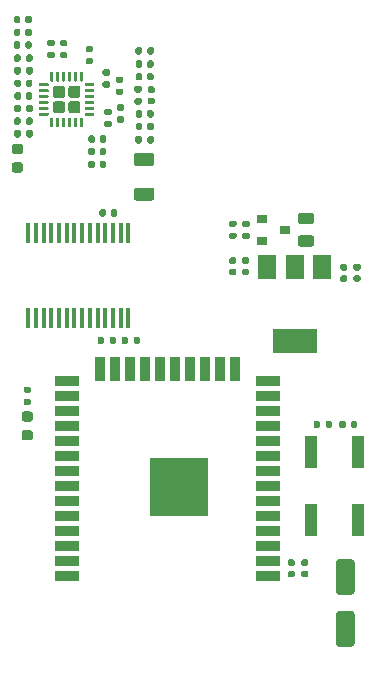
<source format=gbr>
%TF.GenerationSoftware,KiCad,Pcbnew,(5.1.10-1-10_14)*%
%TF.CreationDate,2022-02-26T18:00:52+01:00*%
%TF.ProjectId,esp-expander,6573702d-6578-4706-916e-6465722e6b69,rev?*%
%TF.SameCoordinates,Original*%
%TF.FileFunction,Paste,Top*%
%TF.FilePolarity,Positive*%
%FSLAX46Y46*%
G04 Gerber Fmt 4.6, Leading zero omitted, Abs format (unit mm)*
G04 Created by KiCad (PCBNEW (5.1.10-1-10_14)) date 2022-02-26 18:00:52*
%MOMM*%
%LPD*%
G01*
G04 APERTURE LIST*
%ADD10R,0.900000X0.800000*%
%ADD11R,5.000000X5.000000*%
%ADD12R,2.000000X0.900000*%
%ADD13R,0.900000X2.000000*%
%ADD14R,3.800000X2.000000*%
%ADD15R,1.500000X2.000000*%
%ADD16R,0.450000X1.750000*%
%ADD17R,1.000000X2.750000*%
G04 APERTURE END LIST*
%TO.C,C1*%
G36*
G01*
X110055000Y-100373000D02*
X110055000Y-100033000D01*
G75*
G02*
X110195000Y-99893000I140000J0D01*
G01*
X110475000Y-99893000D01*
G75*
G02*
X110615000Y-100033000I0J-140000D01*
G01*
X110615000Y-100373000D01*
G75*
G02*
X110475000Y-100513000I-140000J0D01*
G01*
X110195000Y-100513000D01*
G75*
G02*
X110055000Y-100373000I0J140000D01*
G01*
G37*
G36*
G01*
X109095000Y-100373000D02*
X109095000Y-100033000D01*
G75*
G02*
X109235000Y-99893000I140000J0D01*
G01*
X109515000Y-99893000D01*
G75*
G02*
X109655000Y-100033000I0J-140000D01*
G01*
X109655000Y-100373000D01*
G75*
G02*
X109515000Y-100513000I-140000J0D01*
G01*
X109235000Y-100513000D01*
G75*
G02*
X109095000Y-100373000I0J140000D01*
G01*
G37*
%TD*%
%TO.C,C2*%
G36*
G01*
X106002000Y-112595000D02*
X106342000Y-112595000D01*
G75*
G02*
X106482000Y-112735000I0J-140000D01*
G01*
X106482000Y-113015000D01*
G75*
G02*
X106342000Y-113155000I-140000J0D01*
G01*
X106002000Y-113155000D01*
G75*
G02*
X105862000Y-113015000I0J140000D01*
G01*
X105862000Y-112735000D01*
G75*
G02*
X106002000Y-112595000I140000J0D01*
G01*
G37*
G36*
G01*
X106002000Y-111635000D02*
X106342000Y-111635000D01*
G75*
G02*
X106482000Y-111775000I0J-140000D01*
G01*
X106482000Y-112055000D01*
G75*
G02*
X106342000Y-112195000I-140000J0D01*
G01*
X106002000Y-112195000D01*
G75*
G02*
X105862000Y-112055000I0J140000D01*
G01*
X105862000Y-111775000D01*
G75*
G02*
X106002000Y-111635000I140000J0D01*
G01*
G37*
%TD*%
%TO.C,C3*%
G36*
G01*
X104859000Y-111635000D02*
X105199000Y-111635000D01*
G75*
G02*
X105339000Y-111775000I0J-140000D01*
G01*
X105339000Y-112055000D01*
G75*
G02*
X105199000Y-112195000I-140000J0D01*
G01*
X104859000Y-112195000D01*
G75*
G02*
X104719000Y-112055000I0J140000D01*
G01*
X104719000Y-111775000D01*
G75*
G02*
X104859000Y-111635000I140000J0D01*
G01*
G37*
G36*
G01*
X104859000Y-112595000D02*
X105199000Y-112595000D01*
G75*
G02*
X105339000Y-112735000I0J-140000D01*
G01*
X105339000Y-113015000D01*
G75*
G02*
X105199000Y-113155000I-140000J0D01*
G01*
X104859000Y-113155000D01*
G75*
G02*
X104719000Y-113015000I0J140000D01*
G01*
X104719000Y-112735000D01*
G75*
G02*
X104859000Y-112595000I140000J0D01*
G01*
G37*
%TD*%
%TO.C,C5*%
G36*
G01*
X99906000Y-87017200D02*
X100246000Y-87017200D01*
G75*
G02*
X100386000Y-87157200I0J-140000D01*
G01*
X100386000Y-87437200D01*
G75*
G02*
X100246000Y-87577200I-140000J0D01*
G01*
X99906000Y-87577200D01*
G75*
G02*
X99766000Y-87437200I0J140000D01*
G01*
X99766000Y-87157200D01*
G75*
G02*
X99906000Y-87017200I140000J0D01*
G01*
G37*
G36*
G01*
X99906000Y-86057200D02*
X100246000Y-86057200D01*
G75*
G02*
X100386000Y-86197200I0J-140000D01*
G01*
X100386000Y-86477200D01*
G75*
G02*
X100246000Y-86617200I-140000J0D01*
G01*
X99906000Y-86617200D01*
G75*
G02*
X99766000Y-86477200I0J140000D01*
G01*
X99766000Y-86197200D01*
G75*
G02*
X99906000Y-86057200I140000J0D01*
G01*
G37*
%TD*%
%TO.C,C6*%
G36*
G01*
X100972800Y-86057200D02*
X101312800Y-86057200D01*
G75*
G02*
X101452800Y-86197200I0J-140000D01*
G01*
X101452800Y-86477200D01*
G75*
G02*
X101312800Y-86617200I-140000J0D01*
G01*
X100972800Y-86617200D01*
G75*
G02*
X100832800Y-86477200I0J140000D01*
G01*
X100832800Y-86197200D01*
G75*
G02*
X100972800Y-86057200I140000J0D01*
G01*
G37*
G36*
G01*
X100972800Y-87017200D02*
X101312800Y-87017200D01*
G75*
G02*
X101452800Y-87157200I0J-140000D01*
G01*
X101452800Y-87437200D01*
G75*
G02*
X101312800Y-87577200I-140000J0D01*
G01*
X100972800Y-87577200D01*
G75*
G02*
X100832800Y-87437200I0J140000D01*
G01*
X100832800Y-87157200D01*
G75*
G02*
X100972800Y-87017200I140000J0D01*
G01*
G37*
%TD*%
%TO.C,C7*%
G36*
G01*
X109644000Y-88136000D02*
X109304000Y-88136000D01*
G75*
G02*
X109164000Y-87996000I0J140000D01*
G01*
X109164000Y-87716000D01*
G75*
G02*
X109304000Y-87576000I140000J0D01*
G01*
X109644000Y-87576000D01*
G75*
G02*
X109784000Y-87716000I0J-140000D01*
G01*
X109784000Y-87996000D01*
G75*
G02*
X109644000Y-88136000I-140000J0D01*
G01*
G37*
G36*
G01*
X109644000Y-87176000D02*
X109304000Y-87176000D01*
G75*
G02*
X109164000Y-87036000I0J140000D01*
G01*
X109164000Y-86756000D01*
G75*
G02*
X109304000Y-86616000I140000J0D01*
G01*
X109644000Y-86616000D01*
G75*
G02*
X109784000Y-86756000I0J-140000D01*
G01*
X109784000Y-87036000D01*
G75*
G02*
X109644000Y-87176000I-140000J0D01*
G01*
G37*
%TD*%
%TO.C,C8*%
G36*
G01*
X110761600Y-87176000D02*
X110421600Y-87176000D01*
G75*
G02*
X110281600Y-87036000I0J140000D01*
G01*
X110281600Y-86756000D01*
G75*
G02*
X110421600Y-86616000I140000J0D01*
G01*
X110761600Y-86616000D01*
G75*
G02*
X110901600Y-86756000I0J-140000D01*
G01*
X110901600Y-87036000D01*
G75*
G02*
X110761600Y-87176000I-140000J0D01*
G01*
G37*
G36*
G01*
X110761600Y-88136000D02*
X110421600Y-88136000D01*
G75*
G02*
X110281600Y-87996000I0J140000D01*
G01*
X110281600Y-87716000D01*
G75*
G02*
X110421600Y-87576000I140000J0D01*
G01*
X110761600Y-87576000D01*
G75*
G02*
X110901600Y-87716000I0J-140000D01*
G01*
X110901600Y-87996000D01*
G75*
G02*
X110761600Y-88136000I-140000J0D01*
G01*
G37*
%TD*%
%TO.C,C9*%
G36*
G01*
X88775000Y-82466000D02*
X88775000Y-82126000D01*
G75*
G02*
X88915000Y-81986000I140000J0D01*
G01*
X89195000Y-81986000D01*
G75*
G02*
X89335000Y-82126000I0J-140000D01*
G01*
X89335000Y-82466000D01*
G75*
G02*
X89195000Y-82606000I-140000J0D01*
G01*
X88915000Y-82606000D01*
G75*
G02*
X88775000Y-82466000I0J140000D01*
G01*
G37*
G36*
G01*
X89735000Y-82466000D02*
X89735000Y-82126000D01*
G75*
G02*
X89875000Y-81986000I140000J0D01*
G01*
X90155000Y-81986000D01*
G75*
G02*
X90295000Y-82126000I0J-140000D01*
G01*
X90295000Y-82466000D01*
G75*
G02*
X90155000Y-82606000I-140000J0D01*
G01*
X89875000Y-82606000D01*
G75*
G02*
X89735000Y-82466000I0J140000D01*
G01*
G37*
%TD*%
%TO.C,C10*%
G36*
G01*
X82546800Y-71493200D02*
X82546800Y-71153200D01*
G75*
G02*
X82686800Y-71013200I140000J0D01*
G01*
X82966800Y-71013200D01*
G75*
G02*
X83106800Y-71153200I0J-140000D01*
G01*
X83106800Y-71493200D01*
G75*
G02*
X82966800Y-71633200I-140000J0D01*
G01*
X82686800Y-71633200D01*
G75*
G02*
X82546800Y-71493200I0J140000D01*
G01*
G37*
G36*
G01*
X81586800Y-71493200D02*
X81586800Y-71153200D01*
G75*
G02*
X81726800Y-71013200I140000J0D01*
G01*
X82006800Y-71013200D01*
G75*
G02*
X82146800Y-71153200I0J-140000D01*
G01*
X82146800Y-71493200D01*
G75*
G02*
X82006800Y-71633200I-140000J0D01*
G01*
X81726800Y-71633200D01*
G75*
G02*
X81586800Y-71493200I0J140000D01*
G01*
G37*
%TD*%
%TO.C,C11*%
G36*
G01*
X81586800Y-72560000D02*
X81586800Y-72220000D01*
G75*
G02*
X81726800Y-72080000I140000J0D01*
G01*
X82006800Y-72080000D01*
G75*
G02*
X82146800Y-72220000I0J-140000D01*
G01*
X82146800Y-72560000D01*
G75*
G02*
X82006800Y-72700000I-140000J0D01*
G01*
X81726800Y-72700000D01*
G75*
G02*
X81586800Y-72560000I0J140000D01*
G01*
G37*
G36*
G01*
X82546800Y-72560000D02*
X82546800Y-72220000D01*
G75*
G02*
X82686800Y-72080000I140000J0D01*
G01*
X82966800Y-72080000D01*
G75*
G02*
X83106800Y-72220000I0J-140000D01*
G01*
X83106800Y-72560000D01*
G75*
G02*
X82966800Y-72700000I-140000J0D01*
G01*
X82686800Y-72700000D01*
G75*
G02*
X82546800Y-72560000I0J140000D01*
G01*
G37*
%TD*%
%TO.C,C12*%
G36*
G01*
X82096000Y-67902000D02*
X82096000Y-68242000D01*
G75*
G02*
X81956000Y-68382000I-140000J0D01*
G01*
X81676000Y-68382000D01*
G75*
G02*
X81536000Y-68242000I0J140000D01*
G01*
X81536000Y-67902000D01*
G75*
G02*
X81676000Y-67762000I140000J0D01*
G01*
X81956000Y-67762000D01*
G75*
G02*
X82096000Y-67902000I0J-140000D01*
G01*
G37*
G36*
G01*
X83056000Y-67902000D02*
X83056000Y-68242000D01*
G75*
G02*
X82916000Y-68382000I-140000J0D01*
G01*
X82636000Y-68382000D01*
G75*
G02*
X82496000Y-68242000I0J140000D01*
G01*
X82496000Y-67902000D01*
G75*
G02*
X82636000Y-67762000I140000J0D01*
G01*
X82916000Y-67762000D01*
G75*
G02*
X83056000Y-67902000I0J-140000D01*
G01*
G37*
%TD*%
%TO.C,C13*%
G36*
G01*
X83056000Y-66835200D02*
X83056000Y-67175200D01*
G75*
G02*
X82916000Y-67315200I-140000J0D01*
G01*
X82636000Y-67315200D01*
G75*
G02*
X82496000Y-67175200I0J140000D01*
G01*
X82496000Y-66835200D01*
G75*
G02*
X82636000Y-66695200I140000J0D01*
G01*
X82916000Y-66695200D01*
G75*
G02*
X83056000Y-66835200I0J-140000D01*
G01*
G37*
G36*
G01*
X82096000Y-66835200D02*
X82096000Y-67175200D01*
G75*
G02*
X81956000Y-67315200I-140000J0D01*
G01*
X81676000Y-67315200D01*
G75*
G02*
X81536000Y-67175200I0J140000D01*
G01*
X81536000Y-66835200D01*
G75*
G02*
X81676000Y-66695200I140000J0D01*
G01*
X81956000Y-66695200D01*
G75*
G02*
X82096000Y-66835200I0J-140000D01*
G01*
G37*
%TD*%
%TO.C,C14*%
G36*
G01*
X82096000Y-65768400D02*
X82096000Y-66108400D01*
G75*
G02*
X81956000Y-66248400I-140000J0D01*
G01*
X81676000Y-66248400D01*
G75*
G02*
X81536000Y-66108400I0J140000D01*
G01*
X81536000Y-65768400D01*
G75*
G02*
X81676000Y-65628400I140000J0D01*
G01*
X81956000Y-65628400D01*
G75*
G02*
X82096000Y-65768400I0J-140000D01*
G01*
G37*
G36*
G01*
X83056000Y-65768400D02*
X83056000Y-66108400D01*
G75*
G02*
X82916000Y-66248400I-140000J0D01*
G01*
X82636000Y-66248400D01*
G75*
G02*
X82496000Y-66108400I0J140000D01*
G01*
X82496000Y-65768400D01*
G75*
G02*
X82636000Y-65628400I140000J0D01*
G01*
X82916000Y-65628400D01*
G75*
G02*
X83056000Y-65768400I0J-140000D01*
G01*
G37*
%TD*%
%TO.C,C15*%
G36*
G01*
X87835200Y-76217600D02*
X87835200Y-75877600D01*
G75*
G02*
X87975200Y-75737600I140000J0D01*
G01*
X88255200Y-75737600D01*
G75*
G02*
X88395200Y-75877600I0J-140000D01*
G01*
X88395200Y-76217600D01*
G75*
G02*
X88255200Y-76357600I-140000J0D01*
G01*
X87975200Y-76357600D01*
G75*
G02*
X87835200Y-76217600I0J140000D01*
G01*
G37*
G36*
G01*
X88795200Y-76217600D02*
X88795200Y-75877600D01*
G75*
G02*
X88935200Y-75737600I140000J0D01*
G01*
X89215200Y-75737600D01*
G75*
G02*
X89355200Y-75877600I0J-140000D01*
G01*
X89355200Y-76217600D01*
G75*
G02*
X89215200Y-76357600I-140000J0D01*
G01*
X88935200Y-76357600D01*
G75*
G02*
X88795200Y-76217600I0J140000D01*
G01*
G37*
%TD*%
%TO.C,C16*%
G36*
G01*
X88795200Y-77284400D02*
X88795200Y-76944400D01*
G75*
G02*
X88935200Y-76804400I140000J0D01*
G01*
X89215200Y-76804400D01*
G75*
G02*
X89355200Y-76944400I0J-140000D01*
G01*
X89355200Y-77284400D01*
G75*
G02*
X89215200Y-77424400I-140000J0D01*
G01*
X88935200Y-77424400D01*
G75*
G02*
X88795200Y-77284400I0J140000D01*
G01*
G37*
G36*
G01*
X87835200Y-77284400D02*
X87835200Y-76944400D01*
G75*
G02*
X87975200Y-76804400I140000J0D01*
G01*
X88255200Y-76804400D01*
G75*
G02*
X88395200Y-76944400I0J-140000D01*
G01*
X88395200Y-77284400D01*
G75*
G02*
X88255200Y-77424400I-140000J0D01*
G01*
X87975200Y-77424400D01*
G75*
G02*
X87835200Y-77284400I0J140000D01*
G01*
G37*
%TD*%
%TO.C,C17*%
G36*
G01*
X87835200Y-78351200D02*
X87835200Y-78011200D01*
G75*
G02*
X87975200Y-77871200I140000J0D01*
G01*
X88255200Y-77871200D01*
G75*
G02*
X88395200Y-78011200I0J-140000D01*
G01*
X88395200Y-78351200D01*
G75*
G02*
X88255200Y-78491200I-140000J0D01*
G01*
X87975200Y-78491200D01*
G75*
G02*
X87835200Y-78351200I0J140000D01*
G01*
G37*
G36*
G01*
X88795200Y-78351200D02*
X88795200Y-78011200D01*
G75*
G02*
X88935200Y-77871200I140000J0D01*
G01*
X89215200Y-77871200D01*
G75*
G02*
X89355200Y-78011200I0J-140000D01*
G01*
X89355200Y-78351200D01*
G75*
G02*
X89215200Y-78491200I-140000J0D01*
G01*
X88935200Y-78491200D01*
G75*
G02*
X88795200Y-78351200I0J140000D01*
G01*
G37*
%TD*%
%TO.C,C18*%
G36*
G01*
X91848400Y-70934400D02*
X91848400Y-70594400D01*
G75*
G02*
X91988400Y-70454400I140000J0D01*
G01*
X92268400Y-70454400D01*
G75*
G02*
X92408400Y-70594400I0J-140000D01*
G01*
X92408400Y-70934400D01*
G75*
G02*
X92268400Y-71074400I-140000J0D01*
G01*
X91988400Y-71074400D01*
G75*
G02*
X91848400Y-70934400I0J140000D01*
G01*
G37*
G36*
G01*
X92808400Y-70934400D02*
X92808400Y-70594400D01*
G75*
G02*
X92948400Y-70454400I140000J0D01*
G01*
X93228400Y-70454400D01*
G75*
G02*
X93368400Y-70594400I0J-140000D01*
G01*
X93368400Y-70934400D01*
G75*
G02*
X93228400Y-71074400I-140000J0D01*
G01*
X92948400Y-71074400D01*
G75*
G02*
X92808400Y-70934400I0J140000D01*
G01*
G37*
%TD*%
%TO.C,C19*%
G36*
G01*
X92808400Y-69867600D02*
X92808400Y-69527600D01*
G75*
G02*
X92948400Y-69387600I140000J0D01*
G01*
X93228400Y-69387600D01*
G75*
G02*
X93368400Y-69527600I0J-140000D01*
G01*
X93368400Y-69867600D01*
G75*
G02*
X93228400Y-70007600I-140000J0D01*
G01*
X92948400Y-70007600D01*
G75*
G02*
X92808400Y-69867600I0J140000D01*
G01*
G37*
G36*
G01*
X91848400Y-69867600D02*
X91848400Y-69527600D01*
G75*
G02*
X91988400Y-69387600I140000J0D01*
G01*
X92268400Y-69387600D01*
G75*
G02*
X92408400Y-69527600I0J-140000D01*
G01*
X92408400Y-69867600D01*
G75*
G02*
X92268400Y-70007600I-140000J0D01*
G01*
X91988400Y-70007600D01*
G75*
G02*
X91848400Y-69867600I0J140000D01*
G01*
G37*
%TD*%
%TO.C,C20*%
G36*
G01*
X91848400Y-75150800D02*
X91848400Y-74810800D01*
G75*
G02*
X91988400Y-74670800I140000J0D01*
G01*
X92268400Y-74670800D01*
G75*
G02*
X92408400Y-74810800I0J-140000D01*
G01*
X92408400Y-75150800D01*
G75*
G02*
X92268400Y-75290800I-140000J0D01*
G01*
X91988400Y-75290800D01*
G75*
G02*
X91848400Y-75150800I0J140000D01*
G01*
G37*
G36*
G01*
X92808400Y-75150800D02*
X92808400Y-74810800D01*
G75*
G02*
X92948400Y-74670800I140000J0D01*
G01*
X93228400Y-74670800D01*
G75*
G02*
X93368400Y-74810800I0J-140000D01*
G01*
X93368400Y-75150800D01*
G75*
G02*
X93228400Y-75290800I-140000J0D01*
G01*
X92948400Y-75290800D01*
G75*
G02*
X92808400Y-75150800I0J140000D01*
G01*
G37*
%TD*%
%TO.C,C21*%
G36*
G01*
X92808400Y-74084000D02*
X92808400Y-73744000D01*
G75*
G02*
X92948400Y-73604000I140000J0D01*
G01*
X93228400Y-73604000D01*
G75*
G02*
X93368400Y-73744000I0J-140000D01*
G01*
X93368400Y-74084000D01*
G75*
G02*
X93228400Y-74224000I-140000J0D01*
G01*
X92948400Y-74224000D01*
G75*
G02*
X92808400Y-74084000I0J140000D01*
G01*
G37*
G36*
G01*
X91848400Y-74084000D02*
X91848400Y-73744000D01*
G75*
G02*
X91988400Y-73604000I140000J0D01*
G01*
X92268400Y-73604000D01*
G75*
G02*
X92408400Y-73744000I0J-140000D01*
G01*
X92408400Y-74084000D01*
G75*
G02*
X92268400Y-74224000I-140000J0D01*
G01*
X91988400Y-74224000D01*
G75*
G02*
X91848400Y-74084000I0J140000D01*
G01*
G37*
%TD*%
%TO.C,C22*%
G36*
G01*
X93337200Y-73099200D02*
X92997200Y-73099200D01*
G75*
G02*
X92857200Y-72959200I0J140000D01*
G01*
X92857200Y-72679200D01*
G75*
G02*
X92997200Y-72539200I140000J0D01*
G01*
X93337200Y-72539200D01*
G75*
G02*
X93477200Y-72679200I0J-140000D01*
G01*
X93477200Y-72959200D01*
G75*
G02*
X93337200Y-73099200I-140000J0D01*
G01*
G37*
G36*
G01*
X93337200Y-72139200D02*
X92997200Y-72139200D01*
G75*
G02*
X92857200Y-71999200I0J140000D01*
G01*
X92857200Y-71719200D01*
G75*
G02*
X92997200Y-71579200I140000J0D01*
G01*
X93337200Y-71579200D01*
G75*
G02*
X93477200Y-71719200I0J-140000D01*
G01*
X93477200Y-71999200D01*
G75*
G02*
X93337200Y-72139200I-140000J0D01*
G01*
G37*
%TD*%
%TO.C,F1*%
G36*
G01*
X106729850Y-85143400D02*
X105817350Y-85143400D01*
G75*
G02*
X105573600Y-84899650I0J243750D01*
G01*
X105573600Y-84412150D01*
G75*
G02*
X105817350Y-84168400I243750J0D01*
G01*
X106729850Y-84168400D01*
G75*
G02*
X106973600Y-84412150I0J-243750D01*
G01*
X106973600Y-84899650D01*
G75*
G02*
X106729850Y-85143400I-243750J0D01*
G01*
G37*
G36*
G01*
X106729850Y-83268400D02*
X105817350Y-83268400D01*
G75*
G02*
X105573600Y-83024650I0J243750D01*
G01*
X105573600Y-82537150D01*
G75*
G02*
X105817350Y-82293400I243750J0D01*
G01*
X106729850Y-82293400D01*
G75*
G02*
X106973600Y-82537150I0J-243750D01*
G01*
X106973600Y-83024650D01*
G75*
G02*
X106729850Y-83268400I-243750J0D01*
G01*
G37*
%TD*%
%TO.C,L1*%
G36*
G01*
X82095050Y-78898200D02*
X81582550Y-78898200D01*
G75*
G02*
X81363800Y-78679450I0J218750D01*
G01*
X81363800Y-78241950D01*
G75*
G02*
X81582550Y-78023200I218750J0D01*
G01*
X82095050Y-78023200D01*
G75*
G02*
X82313800Y-78241950I0J-218750D01*
G01*
X82313800Y-78679450D01*
G75*
G02*
X82095050Y-78898200I-218750J0D01*
G01*
G37*
G36*
G01*
X82095050Y-77323200D02*
X81582550Y-77323200D01*
G75*
G02*
X81363800Y-77104450I0J218750D01*
G01*
X81363800Y-76666950D01*
G75*
G02*
X81582550Y-76448200I218750J0D01*
G01*
X82095050Y-76448200D01*
G75*
G02*
X82313800Y-76666950I0J-218750D01*
G01*
X82313800Y-77104450D01*
G75*
G02*
X82095050Y-77323200I-218750J0D01*
G01*
G37*
%TD*%
D10*
%TO.C,Q1*%
X102530400Y-82768400D03*
X102530400Y-84668400D03*
X104530400Y-83718400D03*
%TD*%
%TO.C,R1*%
G36*
G01*
X82492000Y-98030000D02*
X82862000Y-98030000D01*
G75*
G02*
X82997000Y-98165000I0J-135000D01*
G01*
X82997000Y-98435000D01*
G75*
G02*
X82862000Y-98570000I-135000J0D01*
G01*
X82492000Y-98570000D01*
G75*
G02*
X82357000Y-98435000I0J135000D01*
G01*
X82357000Y-98165000D01*
G75*
G02*
X82492000Y-98030000I135000J0D01*
G01*
G37*
G36*
G01*
X82492000Y-97010000D02*
X82862000Y-97010000D01*
G75*
G02*
X82997000Y-97145000I0J-135000D01*
G01*
X82997000Y-97415000D01*
G75*
G02*
X82862000Y-97550000I-135000J0D01*
G01*
X82492000Y-97550000D01*
G75*
G02*
X82357000Y-97415000I0J135000D01*
G01*
X82357000Y-97145000D01*
G75*
G02*
X82492000Y-97010000I135000J0D01*
G01*
G37*
%TD*%
%TO.C,R2*%
G36*
G01*
X106916000Y-100388000D02*
X106916000Y-100018000D01*
G75*
G02*
X107051000Y-99883000I135000J0D01*
G01*
X107321000Y-99883000D01*
G75*
G02*
X107456000Y-100018000I0J-135000D01*
G01*
X107456000Y-100388000D01*
G75*
G02*
X107321000Y-100523000I-135000J0D01*
G01*
X107051000Y-100523000D01*
G75*
G02*
X106916000Y-100388000I0J135000D01*
G01*
G37*
G36*
G01*
X107936000Y-100388000D02*
X107936000Y-100018000D01*
G75*
G02*
X108071000Y-99883000I135000J0D01*
G01*
X108341000Y-99883000D01*
G75*
G02*
X108476000Y-100018000I0J-135000D01*
G01*
X108476000Y-100388000D01*
G75*
G02*
X108341000Y-100523000I-135000J0D01*
G01*
X108071000Y-100523000D01*
G75*
G02*
X107936000Y-100388000I0J135000D01*
G01*
G37*
%TD*%
%TO.C,R3*%
G36*
G01*
X89648000Y-93276000D02*
X89648000Y-92906000D01*
G75*
G02*
X89783000Y-92771000I135000J0D01*
G01*
X90053000Y-92771000D01*
G75*
G02*
X90188000Y-92906000I0J-135000D01*
G01*
X90188000Y-93276000D01*
G75*
G02*
X90053000Y-93411000I-135000J0D01*
G01*
X89783000Y-93411000D01*
G75*
G02*
X89648000Y-93276000I0J135000D01*
G01*
G37*
G36*
G01*
X88628000Y-93276000D02*
X88628000Y-92906000D01*
G75*
G02*
X88763000Y-92771000I135000J0D01*
G01*
X89033000Y-92771000D01*
G75*
G02*
X89168000Y-92906000I0J-135000D01*
G01*
X89168000Y-93276000D01*
G75*
G02*
X89033000Y-93411000I-135000J0D01*
G01*
X88763000Y-93411000D01*
G75*
G02*
X88628000Y-93276000I0J135000D01*
G01*
G37*
%TD*%
%TO.C,R4*%
G36*
G01*
X92220000Y-92906000D02*
X92220000Y-93276000D01*
G75*
G02*
X92085000Y-93411000I-135000J0D01*
G01*
X91815000Y-93411000D01*
G75*
G02*
X91680000Y-93276000I0J135000D01*
G01*
X91680000Y-92906000D01*
G75*
G02*
X91815000Y-92771000I135000J0D01*
G01*
X92085000Y-92771000D01*
G75*
G02*
X92220000Y-92906000I0J-135000D01*
G01*
G37*
G36*
G01*
X91200000Y-92906000D02*
X91200000Y-93276000D01*
G75*
G02*
X91065000Y-93411000I-135000J0D01*
G01*
X90795000Y-93411000D01*
G75*
G02*
X90660000Y-93276000I0J135000D01*
G01*
X90660000Y-92906000D01*
G75*
G02*
X90795000Y-92771000I135000J0D01*
G01*
X91065000Y-92771000D01*
G75*
G02*
X91200000Y-92906000I0J-135000D01*
G01*
G37*
%TD*%
%TO.C,R5*%
G36*
G01*
X99891000Y-82938400D02*
X100261000Y-82938400D01*
G75*
G02*
X100396000Y-83073400I0J-135000D01*
G01*
X100396000Y-83343400D01*
G75*
G02*
X100261000Y-83478400I-135000J0D01*
G01*
X99891000Y-83478400D01*
G75*
G02*
X99756000Y-83343400I0J135000D01*
G01*
X99756000Y-83073400D01*
G75*
G02*
X99891000Y-82938400I135000J0D01*
G01*
G37*
G36*
G01*
X99891000Y-83958400D02*
X100261000Y-83958400D01*
G75*
G02*
X100396000Y-84093400I0J-135000D01*
G01*
X100396000Y-84363400D01*
G75*
G02*
X100261000Y-84498400I-135000J0D01*
G01*
X99891000Y-84498400D01*
G75*
G02*
X99756000Y-84363400I0J135000D01*
G01*
X99756000Y-84093400D01*
G75*
G02*
X99891000Y-83958400I135000J0D01*
G01*
G37*
%TD*%
%TO.C,R6*%
G36*
G01*
X101378600Y-83478400D02*
X101008600Y-83478400D01*
G75*
G02*
X100873600Y-83343400I0J135000D01*
G01*
X100873600Y-83073400D01*
G75*
G02*
X101008600Y-82938400I135000J0D01*
G01*
X101378600Y-82938400D01*
G75*
G02*
X101513600Y-83073400I0J-135000D01*
G01*
X101513600Y-83343400D01*
G75*
G02*
X101378600Y-83478400I-135000J0D01*
G01*
G37*
G36*
G01*
X101378600Y-84498400D02*
X101008600Y-84498400D01*
G75*
G02*
X100873600Y-84363400I0J135000D01*
G01*
X100873600Y-84093400D01*
G75*
G02*
X101008600Y-83958400I135000J0D01*
G01*
X101378600Y-83958400D01*
G75*
G02*
X101513600Y-84093400I0J-135000D01*
G01*
X101513600Y-84363400D01*
G75*
G02*
X101378600Y-84498400I-135000J0D01*
G01*
G37*
%TD*%
%TO.C,R7*%
G36*
G01*
X83126800Y-70071400D02*
X83126800Y-70441400D01*
G75*
G02*
X82991800Y-70576400I-135000J0D01*
G01*
X82721800Y-70576400D01*
G75*
G02*
X82586800Y-70441400I0J135000D01*
G01*
X82586800Y-70071400D01*
G75*
G02*
X82721800Y-69936400I135000J0D01*
G01*
X82991800Y-69936400D01*
G75*
G02*
X83126800Y-70071400I0J-135000D01*
G01*
G37*
G36*
G01*
X82106800Y-70071400D02*
X82106800Y-70441400D01*
G75*
G02*
X81971800Y-70576400I-135000J0D01*
G01*
X81701800Y-70576400D01*
G75*
G02*
X81566800Y-70441400I0J135000D01*
G01*
X81566800Y-70071400D01*
G75*
G02*
X81701800Y-69936400I135000J0D01*
G01*
X81971800Y-69936400D01*
G75*
G02*
X82106800Y-70071400I0J-135000D01*
G01*
G37*
%TD*%
%TO.C,R8*%
G36*
G01*
X82106800Y-69004600D02*
X82106800Y-69374600D01*
G75*
G02*
X81971800Y-69509600I-135000J0D01*
G01*
X81701800Y-69509600D01*
G75*
G02*
X81566800Y-69374600I0J135000D01*
G01*
X81566800Y-69004600D01*
G75*
G02*
X81701800Y-68869600I135000J0D01*
G01*
X81971800Y-68869600D01*
G75*
G02*
X82106800Y-69004600I0J-135000D01*
G01*
G37*
G36*
G01*
X83126800Y-69004600D02*
X83126800Y-69374600D01*
G75*
G02*
X82991800Y-69509600I-135000J0D01*
G01*
X82721800Y-69509600D01*
G75*
G02*
X82586800Y-69374600I0J135000D01*
G01*
X82586800Y-69004600D01*
G75*
G02*
X82721800Y-68869600I135000J0D01*
G01*
X82991800Y-68869600D01*
G75*
G02*
X83126800Y-69004600I0J-135000D01*
G01*
G37*
%TD*%
%TO.C,R9*%
G36*
G01*
X83126800Y-73271800D02*
X83126800Y-73641800D01*
G75*
G02*
X82991800Y-73776800I-135000J0D01*
G01*
X82721800Y-73776800D01*
G75*
G02*
X82586800Y-73641800I0J135000D01*
G01*
X82586800Y-73271800D01*
G75*
G02*
X82721800Y-73136800I135000J0D01*
G01*
X82991800Y-73136800D01*
G75*
G02*
X83126800Y-73271800I0J-135000D01*
G01*
G37*
G36*
G01*
X82106800Y-73271800D02*
X82106800Y-73641800D01*
G75*
G02*
X81971800Y-73776800I-135000J0D01*
G01*
X81701800Y-73776800D01*
G75*
G02*
X81566800Y-73641800I0J135000D01*
G01*
X81566800Y-73271800D01*
G75*
G02*
X81701800Y-73136800I135000J0D01*
G01*
X81971800Y-73136800D01*
G75*
G02*
X82106800Y-73271800I0J-135000D01*
G01*
G37*
%TD*%
%TO.C,R10*%
G36*
G01*
X82106800Y-74338600D02*
X82106800Y-74708600D01*
G75*
G02*
X81971800Y-74843600I-135000J0D01*
G01*
X81701800Y-74843600D01*
G75*
G02*
X81566800Y-74708600I0J135000D01*
G01*
X81566800Y-74338600D01*
G75*
G02*
X81701800Y-74203600I135000J0D01*
G01*
X81971800Y-74203600D01*
G75*
G02*
X82106800Y-74338600I0J-135000D01*
G01*
G37*
G36*
G01*
X83126800Y-74338600D02*
X83126800Y-74708600D01*
G75*
G02*
X82991800Y-74843600I-135000J0D01*
G01*
X82721800Y-74843600D01*
G75*
G02*
X82586800Y-74708600I0J135000D01*
G01*
X82586800Y-74338600D01*
G75*
G02*
X82721800Y-74203600I135000J0D01*
G01*
X82991800Y-74203600D01*
G75*
G02*
X83126800Y-74338600I0J-135000D01*
G01*
G37*
%TD*%
%TO.C,R11*%
G36*
G01*
X81566800Y-75775400D02*
X81566800Y-75405400D01*
G75*
G02*
X81701800Y-75270400I135000J0D01*
G01*
X81971800Y-75270400D01*
G75*
G02*
X82106800Y-75405400I0J-135000D01*
G01*
X82106800Y-75775400D01*
G75*
G02*
X81971800Y-75910400I-135000J0D01*
G01*
X81701800Y-75910400D01*
G75*
G02*
X81566800Y-75775400I0J135000D01*
G01*
G37*
G36*
G01*
X82586800Y-75775400D02*
X82586800Y-75405400D01*
G75*
G02*
X82721800Y-75270400I135000J0D01*
G01*
X82991800Y-75270400D01*
G75*
G02*
X83126800Y-75405400I0J-135000D01*
G01*
X83126800Y-75775400D01*
G75*
G02*
X82991800Y-75910400I-135000J0D01*
G01*
X82721800Y-75910400D01*
G75*
G02*
X82586800Y-75775400I0J135000D01*
G01*
G37*
%TD*%
%TO.C,R12*%
G36*
G01*
X85935400Y-69207600D02*
X85565400Y-69207600D01*
G75*
G02*
X85430400Y-69072600I0J135000D01*
G01*
X85430400Y-68802600D01*
G75*
G02*
X85565400Y-68667600I135000J0D01*
G01*
X85935400Y-68667600D01*
G75*
G02*
X86070400Y-68802600I0J-135000D01*
G01*
X86070400Y-69072600D01*
G75*
G02*
X85935400Y-69207600I-135000J0D01*
G01*
G37*
G36*
G01*
X85935400Y-68187600D02*
X85565400Y-68187600D01*
G75*
G02*
X85430400Y-68052600I0J135000D01*
G01*
X85430400Y-67782600D01*
G75*
G02*
X85565400Y-67647600I135000J0D01*
G01*
X85935400Y-67647600D01*
G75*
G02*
X86070400Y-67782600I0J-135000D01*
G01*
X86070400Y-68052600D01*
G75*
G02*
X85935400Y-68187600I-135000J0D01*
G01*
G37*
%TD*%
%TO.C,R13*%
G36*
G01*
X84868600Y-68187600D02*
X84498600Y-68187600D01*
G75*
G02*
X84363600Y-68052600I0J135000D01*
G01*
X84363600Y-67782600D01*
G75*
G02*
X84498600Y-67647600I135000J0D01*
G01*
X84868600Y-67647600D01*
G75*
G02*
X85003600Y-67782600I0J-135000D01*
G01*
X85003600Y-68052600D01*
G75*
G02*
X84868600Y-68187600I-135000J0D01*
G01*
G37*
G36*
G01*
X84868600Y-69207600D02*
X84498600Y-69207600D01*
G75*
G02*
X84363600Y-69072600I0J135000D01*
G01*
X84363600Y-68802600D01*
G75*
G02*
X84498600Y-68667600I135000J0D01*
G01*
X84868600Y-68667600D01*
G75*
G02*
X85003600Y-68802600I0J-135000D01*
G01*
X85003600Y-69072600D01*
G75*
G02*
X84868600Y-69207600I-135000J0D01*
G01*
G37*
%TD*%
%TO.C,R14*%
G36*
G01*
X88119800Y-69715600D02*
X87749800Y-69715600D01*
G75*
G02*
X87614800Y-69580600I0J135000D01*
G01*
X87614800Y-69310600D01*
G75*
G02*
X87749800Y-69175600I135000J0D01*
G01*
X88119800Y-69175600D01*
G75*
G02*
X88254800Y-69310600I0J-135000D01*
G01*
X88254800Y-69580600D01*
G75*
G02*
X88119800Y-69715600I-135000J0D01*
G01*
G37*
G36*
G01*
X88119800Y-68695600D02*
X87749800Y-68695600D01*
G75*
G02*
X87614800Y-68560600I0J135000D01*
G01*
X87614800Y-68290600D01*
G75*
G02*
X87749800Y-68155600I135000J0D01*
G01*
X88119800Y-68155600D01*
G75*
G02*
X88254800Y-68290600I0J-135000D01*
G01*
X88254800Y-68560600D01*
G75*
G02*
X88119800Y-68695600I-135000J0D01*
G01*
G37*
%TD*%
%TO.C,R15*%
G36*
G01*
X90289800Y-71766400D02*
X90659800Y-71766400D01*
G75*
G02*
X90794800Y-71901400I0J-135000D01*
G01*
X90794800Y-72171400D01*
G75*
G02*
X90659800Y-72306400I-135000J0D01*
G01*
X90289800Y-72306400D01*
G75*
G02*
X90154800Y-72171400I0J135000D01*
G01*
X90154800Y-71901400D01*
G75*
G02*
X90289800Y-71766400I135000J0D01*
G01*
G37*
G36*
G01*
X90289800Y-70746400D02*
X90659800Y-70746400D01*
G75*
G02*
X90794800Y-70881400I0J-135000D01*
G01*
X90794800Y-71151400D01*
G75*
G02*
X90659800Y-71286400I-135000J0D01*
G01*
X90289800Y-71286400D01*
G75*
G02*
X90154800Y-71151400I0J135000D01*
G01*
X90154800Y-70881400D01*
G75*
G02*
X90289800Y-70746400I135000J0D01*
G01*
G37*
%TD*%
%TO.C,R16*%
G36*
G01*
X89172200Y-70136800D02*
X89542200Y-70136800D01*
G75*
G02*
X89677200Y-70271800I0J-135000D01*
G01*
X89677200Y-70541800D01*
G75*
G02*
X89542200Y-70676800I-135000J0D01*
G01*
X89172200Y-70676800D01*
G75*
G02*
X89037200Y-70541800I0J135000D01*
G01*
X89037200Y-70271800D01*
G75*
G02*
X89172200Y-70136800I135000J0D01*
G01*
G37*
G36*
G01*
X89172200Y-71156800D02*
X89542200Y-71156800D01*
G75*
G02*
X89677200Y-71291800I0J-135000D01*
G01*
X89677200Y-71561800D01*
G75*
G02*
X89542200Y-71696800I-135000J0D01*
G01*
X89172200Y-71696800D01*
G75*
G02*
X89037200Y-71561800I0J135000D01*
G01*
X89037200Y-71291800D01*
G75*
G02*
X89172200Y-71156800I135000J0D01*
G01*
G37*
%TD*%
%TO.C,R17*%
G36*
G01*
X89694600Y-74029600D02*
X89324600Y-74029600D01*
G75*
G02*
X89189600Y-73894600I0J135000D01*
G01*
X89189600Y-73624600D01*
G75*
G02*
X89324600Y-73489600I135000J0D01*
G01*
X89694600Y-73489600D01*
G75*
G02*
X89829600Y-73624600I0J-135000D01*
G01*
X89829600Y-73894600D01*
G75*
G02*
X89694600Y-74029600I-135000J0D01*
G01*
G37*
G36*
G01*
X89694600Y-75049600D02*
X89324600Y-75049600D01*
G75*
G02*
X89189600Y-74914600I0J135000D01*
G01*
X89189600Y-74644600D01*
G75*
G02*
X89324600Y-74509600I135000J0D01*
G01*
X89694600Y-74509600D01*
G75*
G02*
X89829600Y-74644600I0J-135000D01*
G01*
X89829600Y-74914600D01*
G75*
G02*
X89694600Y-75049600I-135000J0D01*
G01*
G37*
%TD*%
%TO.C,R18*%
G36*
G01*
X90761400Y-74643200D02*
X90391400Y-74643200D01*
G75*
G02*
X90256400Y-74508200I0J135000D01*
G01*
X90256400Y-74238200D01*
G75*
G02*
X90391400Y-74103200I135000J0D01*
G01*
X90761400Y-74103200D01*
G75*
G02*
X90896400Y-74238200I0J-135000D01*
G01*
X90896400Y-74508200D01*
G75*
G02*
X90761400Y-74643200I-135000J0D01*
G01*
G37*
G36*
G01*
X90761400Y-73623200D02*
X90391400Y-73623200D01*
G75*
G02*
X90256400Y-73488200I0J135000D01*
G01*
X90256400Y-73218200D01*
G75*
G02*
X90391400Y-73083200I135000J0D01*
G01*
X90761400Y-73083200D01*
G75*
G02*
X90896400Y-73218200I0J-135000D01*
G01*
X90896400Y-73488200D01*
G75*
G02*
X90761400Y-73623200I-135000J0D01*
G01*
G37*
%TD*%
%TO.C,R19*%
G36*
G01*
X91864600Y-72579200D02*
X92234600Y-72579200D01*
G75*
G02*
X92369600Y-72714200I0J-135000D01*
G01*
X92369600Y-72984200D01*
G75*
G02*
X92234600Y-73119200I-135000J0D01*
G01*
X91864600Y-73119200D01*
G75*
G02*
X91729600Y-72984200I0J135000D01*
G01*
X91729600Y-72714200D01*
G75*
G02*
X91864600Y-72579200I135000J0D01*
G01*
G37*
G36*
G01*
X91864600Y-71559200D02*
X92234600Y-71559200D01*
G75*
G02*
X92369600Y-71694200I0J-135000D01*
G01*
X92369600Y-71964200D01*
G75*
G02*
X92234600Y-72099200I-135000J0D01*
G01*
X91864600Y-72099200D01*
G75*
G02*
X91729600Y-71964200I0J135000D01*
G01*
X91729600Y-71694200D01*
G75*
G02*
X91864600Y-71559200I135000J0D01*
G01*
G37*
%TD*%
%TO.C,R20*%
G36*
G01*
X93388400Y-75913400D02*
X93388400Y-76283400D01*
G75*
G02*
X93253400Y-76418400I-135000J0D01*
G01*
X92983400Y-76418400D01*
G75*
G02*
X92848400Y-76283400I0J135000D01*
G01*
X92848400Y-75913400D01*
G75*
G02*
X92983400Y-75778400I135000J0D01*
G01*
X93253400Y-75778400D01*
G75*
G02*
X93388400Y-75913400I0J-135000D01*
G01*
G37*
G36*
G01*
X92368400Y-75913400D02*
X92368400Y-76283400D01*
G75*
G02*
X92233400Y-76418400I-135000J0D01*
G01*
X91963400Y-76418400D01*
G75*
G02*
X91828400Y-76283400I0J135000D01*
G01*
X91828400Y-75913400D01*
G75*
G02*
X91963400Y-75778400I135000J0D01*
G01*
X92233400Y-75778400D01*
G75*
G02*
X92368400Y-75913400I0J-135000D01*
G01*
G37*
%TD*%
%TO.C,R21*%
G36*
G01*
X92366400Y-68395000D02*
X92366400Y-68765000D01*
G75*
G02*
X92231400Y-68900000I-135000J0D01*
G01*
X91961400Y-68900000D01*
G75*
G02*
X91826400Y-68765000I0J135000D01*
G01*
X91826400Y-68395000D01*
G75*
G02*
X91961400Y-68260000I135000J0D01*
G01*
X92231400Y-68260000D01*
G75*
G02*
X92366400Y-68395000I0J-135000D01*
G01*
G37*
G36*
G01*
X93386400Y-68395000D02*
X93386400Y-68765000D01*
G75*
G02*
X93251400Y-68900000I-135000J0D01*
G01*
X92981400Y-68900000D01*
G75*
G02*
X92846400Y-68765000I0J135000D01*
G01*
X92846400Y-68395000D01*
G75*
G02*
X92981400Y-68260000I135000J0D01*
G01*
X93251400Y-68260000D01*
G75*
G02*
X93386400Y-68395000I0J-135000D01*
G01*
G37*
%TD*%
%TO.C,R22*%
G36*
G01*
X91932599Y-77223000D02*
X93182601Y-77223000D01*
G75*
G02*
X93432600Y-77472999I0J-249999D01*
G01*
X93432600Y-78098001D01*
G75*
G02*
X93182601Y-78348000I-249999J0D01*
G01*
X91932599Y-78348000D01*
G75*
G02*
X91682600Y-78098001I0J249999D01*
G01*
X91682600Y-77472999D01*
G75*
G02*
X91932599Y-77223000I249999J0D01*
G01*
G37*
G36*
G01*
X91932599Y-80148000D02*
X93182601Y-80148000D01*
G75*
G02*
X93432600Y-80397999I0J-249999D01*
G01*
X93432600Y-81023001D01*
G75*
G02*
X93182601Y-81273000I-249999J0D01*
G01*
X91932599Y-81273000D01*
G75*
G02*
X91682600Y-81023001I0J249999D01*
G01*
X91682600Y-80397999D01*
G75*
G02*
X91932599Y-80148000I249999J0D01*
G01*
G37*
%TD*%
D11*
%TO.C,U1*%
X95513400Y-105530000D03*
D12*
X103013400Y-113030000D03*
X103013400Y-111760000D03*
X103013400Y-110490000D03*
X103013400Y-109220000D03*
X103013400Y-107950000D03*
X103013400Y-106680000D03*
X103013400Y-105410000D03*
X103013400Y-104140000D03*
X103013400Y-102870000D03*
X103013400Y-101600000D03*
X103013400Y-100330000D03*
X103013400Y-99060000D03*
X103013400Y-97790000D03*
X103013400Y-96520000D03*
D13*
X100228400Y-95520000D03*
X98958400Y-95520000D03*
X97688400Y-95520000D03*
X96418400Y-95520000D03*
X95148400Y-95520000D03*
X93878400Y-95520000D03*
X92608400Y-95520000D03*
X91338400Y-95520000D03*
X90068400Y-95520000D03*
X88798400Y-95520000D03*
D12*
X86013400Y-96520000D03*
X86013400Y-97790000D03*
X86013400Y-99060000D03*
X86013400Y-100330000D03*
X86013400Y-101600000D03*
X86013400Y-102870000D03*
X86013400Y-104140000D03*
X86013400Y-105410000D03*
X86013400Y-106680000D03*
X86013400Y-107950000D03*
X86013400Y-109220000D03*
X86013400Y-110490000D03*
X86013400Y-111760000D03*
X86013400Y-113030000D03*
%TD*%
D14*
%TO.C,U2*%
X105308400Y-93167600D03*
D15*
X105308400Y-86867600D03*
X103008400Y-86867600D03*
X107608400Y-86867600D03*
%TD*%
D16*
%TO.C,U3*%
X82770000Y-91230000D03*
X83420000Y-91230000D03*
X84070000Y-91230000D03*
X84720000Y-91230000D03*
X85370000Y-91230000D03*
X86020000Y-91230000D03*
X86670000Y-91230000D03*
X87320000Y-91230000D03*
X87970000Y-91230000D03*
X88620000Y-91230000D03*
X89270000Y-91230000D03*
X89920000Y-91230000D03*
X90570000Y-91230000D03*
X91220000Y-91230000D03*
X91220000Y-84030000D03*
X90570000Y-84030000D03*
X89920000Y-84030000D03*
X89270000Y-84030000D03*
X88620000Y-84030000D03*
X87970000Y-84030000D03*
X87320000Y-84030000D03*
X86670000Y-84030000D03*
X86020000Y-84030000D03*
X85370000Y-84030000D03*
X84720000Y-84030000D03*
X84070000Y-84030000D03*
X83420000Y-84030000D03*
X82770000Y-84030000D03*
%TD*%
%TO.C,U4*%
G36*
G01*
X87191900Y-70344800D02*
X87316900Y-70344800D01*
G75*
G02*
X87379400Y-70407300I0J-62500D01*
G01*
X87379400Y-71107300D01*
G75*
G02*
X87316900Y-71169800I-62500J0D01*
G01*
X87191900Y-71169800D01*
G75*
G02*
X87129400Y-71107300I0J62500D01*
G01*
X87129400Y-70407300D01*
G75*
G02*
X87191900Y-70344800I62500J0D01*
G01*
G37*
G36*
G01*
X86691900Y-70344800D02*
X86816900Y-70344800D01*
G75*
G02*
X86879400Y-70407300I0J-62500D01*
G01*
X86879400Y-71107300D01*
G75*
G02*
X86816900Y-71169800I-62500J0D01*
G01*
X86691900Y-71169800D01*
G75*
G02*
X86629400Y-71107300I0J62500D01*
G01*
X86629400Y-70407300D01*
G75*
G02*
X86691900Y-70344800I62500J0D01*
G01*
G37*
G36*
G01*
X86191900Y-70344800D02*
X86316900Y-70344800D01*
G75*
G02*
X86379400Y-70407300I0J-62500D01*
G01*
X86379400Y-71107300D01*
G75*
G02*
X86316900Y-71169800I-62500J0D01*
G01*
X86191900Y-71169800D01*
G75*
G02*
X86129400Y-71107300I0J62500D01*
G01*
X86129400Y-70407300D01*
G75*
G02*
X86191900Y-70344800I62500J0D01*
G01*
G37*
G36*
G01*
X85691900Y-70344800D02*
X85816900Y-70344800D01*
G75*
G02*
X85879400Y-70407300I0J-62500D01*
G01*
X85879400Y-71107300D01*
G75*
G02*
X85816900Y-71169800I-62500J0D01*
G01*
X85691900Y-71169800D01*
G75*
G02*
X85629400Y-71107300I0J62500D01*
G01*
X85629400Y-70407300D01*
G75*
G02*
X85691900Y-70344800I62500J0D01*
G01*
G37*
G36*
G01*
X85191900Y-70344800D02*
X85316900Y-70344800D01*
G75*
G02*
X85379400Y-70407300I0J-62500D01*
G01*
X85379400Y-71107300D01*
G75*
G02*
X85316900Y-71169800I-62500J0D01*
G01*
X85191900Y-71169800D01*
G75*
G02*
X85129400Y-71107300I0J62500D01*
G01*
X85129400Y-70407300D01*
G75*
G02*
X85191900Y-70344800I62500J0D01*
G01*
G37*
G36*
G01*
X84691900Y-70344800D02*
X84816900Y-70344800D01*
G75*
G02*
X84879400Y-70407300I0J-62500D01*
G01*
X84879400Y-71107300D01*
G75*
G02*
X84816900Y-71169800I-62500J0D01*
G01*
X84691900Y-71169800D01*
G75*
G02*
X84629400Y-71107300I0J62500D01*
G01*
X84629400Y-70407300D01*
G75*
G02*
X84691900Y-70344800I62500J0D01*
G01*
G37*
G36*
G01*
X83716900Y-71319800D02*
X84416900Y-71319800D01*
G75*
G02*
X84479400Y-71382300I0J-62500D01*
G01*
X84479400Y-71507300D01*
G75*
G02*
X84416900Y-71569800I-62500J0D01*
G01*
X83716900Y-71569800D01*
G75*
G02*
X83654400Y-71507300I0J62500D01*
G01*
X83654400Y-71382300D01*
G75*
G02*
X83716900Y-71319800I62500J0D01*
G01*
G37*
G36*
G01*
X83716900Y-71819800D02*
X84416900Y-71819800D01*
G75*
G02*
X84479400Y-71882300I0J-62500D01*
G01*
X84479400Y-72007300D01*
G75*
G02*
X84416900Y-72069800I-62500J0D01*
G01*
X83716900Y-72069800D01*
G75*
G02*
X83654400Y-72007300I0J62500D01*
G01*
X83654400Y-71882300D01*
G75*
G02*
X83716900Y-71819800I62500J0D01*
G01*
G37*
G36*
G01*
X83716900Y-72319800D02*
X84416900Y-72319800D01*
G75*
G02*
X84479400Y-72382300I0J-62500D01*
G01*
X84479400Y-72507300D01*
G75*
G02*
X84416900Y-72569800I-62500J0D01*
G01*
X83716900Y-72569800D01*
G75*
G02*
X83654400Y-72507300I0J62500D01*
G01*
X83654400Y-72382300D01*
G75*
G02*
X83716900Y-72319800I62500J0D01*
G01*
G37*
G36*
G01*
X83716900Y-72819800D02*
X84416900Y-72819800D01*
G75*
G02*
X84479400Y-72882300I0J-62500D01*
G01*
X84479400Y-73007300D01*
G75*
G02*
X84416900Y-73069800I-62500J0D01*
G01*
X83716900Y-73069800D01*
G75*
G02*
X83654400Y-73007300I0J62500D01*
G01*
X83654400Y-72882300D01*
G75*
G02*
X83716900Y-72819800I62500J0D01*
G01*
G37*
G36*
G01*
X83716900Y-73319800D02*
X84416900Y-73319800D01*
G75*
G02*
X84479400Y-73382300I0J-62500D01*
G01*
X84479400Y-73507300D01*
G75*
G02*
X84416900Y-73569800I-62500J0D01*
G01*
X83716900Y-73569800D01*
G75*
G02*
X83654400Y-73507300I0J62500D01*
G01*
X83654400Y-73382300D01*
G75*
G02*
X83716900Y-73319800I62500J0D01*
G01*
G37*
G36*
G01*
X83716900Y-73819800D02*
X84416900Y-73819800D01*
G75*
G02*
X84479400Y-73882300I0J-62500D01*
G01*
X84479400Y-74007300D01*
G75*
G02*
X84416900Y-74069800I-62500J0D01*
G01*
X83716900Y-74069800D01*
G75*
G02*
X83654400Y-74007300I0J62500D01*
G01*
X83654400Y-73882300D01*
G75*
G02*
X83716900Y-73819800I62500J0D01*
G01*
G37*
G36*
G01*
X84691900Y-74219800D02*
X84816900Y-74219800D01*
G75*
G02*
X84879400Y-74282300I0J-62500D01*
G01*
X84879400Y-74982300D01*
G75*
G02*
X84816900Y-75044800I-62500J0D01*
G01*
X84691900Y-75044800D01*
G75*
G02*
X84629400Y-74982300I0J62500D01*
G01*
X84629400Y-74282300D01*
G75*
G02*
X84691900Y-74219800I62500J0D01*
G01*
G37*
G36*
G01*
X85191900Y-74219800D02*
X85316900Y-74219800D01*
G75*
G02*
X85379400Y-74282300I0J-62500D01*
G01*
X85379400Y-74982300D01*
G75*
G02*
X85316900Y-75044800I-62500J0D01*
G01*
X85191900Y-75044800D01*
G75*
G02*
X85129400Y-74982300I0J62500D01*
G01*
X85129400Y-74282300D01*
G75*
G02*
X85191900Y-74219800I62500J0D01*
G01*
G37*
G36*
G01*
X85691900Y-74219800D02*
X85816900Y-74219800D01*
G75*
G02*
X85879400Y-74282300I0J-62500D01*
G01*
X85879400Y-74982300D01*
G75*
G02*
X85816900Y-75044800I-62500J0D01*
G01*
X85691900Y-75044800D01*
G75*
G02*
X85629400Y-74982300I0J62500D01*
G01*
X85629400Y-74282300D01*
G75*
G02*
X85691900Y-74219800I62500J0D01*
G01*
G37*
G36*
G01*
X86191900Y-74219800D02*
X86316900Y-74219800D01*
G75*
G02*
X86379400Y-74282300I0J-62500D01*
G01*
X86379400Y-74982300D01*
G75*
G02*
X86316900Y-75044800I-62500J0D01*
G01*
X86191900Y-75044800D01*
G75*
G02*
X86129400Y-74982300I0J62500D01*
G01*
X86129400Y-74282300D01*
G75*
G02*
X86191900Y-74219800I62500J0D01*
G01*
G37*
G36*
G01*
X86691900Y-74219800D02*
X86816900Y-74219800D01*
G75*
G02*
X86879400Y-74282300I0J-62500D01*
G01*
X86879400Y-74982300D01*
G75*
G02*
X86816900Y-75044800I-62500J0D01*
G01*
X86691900Y-75044800D01*
G75*
G02*
X86629400Y-74982300I0J62500D01*
G01*
X86629400Y-74282300D01*
G75*
G02*
X86691900Y-74219800I62500J0D01*
G01*
G37*
G36*
G01*
X87191900Y-74219800D02*
X87316900Y-74219800D01*
G75*
G02*
X87379400Y-74282300I0J-62500D01*
G01*
X87379400Y-74982300D01*
G75*
G02*
X87316900Y-75044800I-62500J0D01*
G01*
X87191900Y-75044800D01*
G75*
G02*
X87129400Y-74982300I0J62500D01*
G01*
X87129400Y-74282300D01*
G75*
G02*
X87191900Y-74219800I62500J0D01*
G01*
G37*
G36*
G01*
X87591900Y-73819800D02*
X88291900Y-73819800D01*
G75*
G02*
X88354400Y-73882300I0J-62500D01*
G01*
X88354400Y-74007300D01*
G75*
G02*
X88291900Y-74069800I-62500J0D01*
G01*
X87591900Y-74069800D01*
G75*
G02*
X87529400Y-74007300I0J62500D01*
G01*
X87529400Y-73882300D01*
G75*
G02*
X87591900Y-73819800I62500J0D01*
G01*
G37*
G36*
G01*
X87591900Y-73319800D02*
X88291900Y-73319800D01*
G75*
G02*
X88354400Y-73382300I0J-62500D01*
G01*
X88354400Y-73507300D01*
G75*
G02*
X88291900Y-73569800I-62500J0D01*
G01*
X87591900Y-73569800D01*
G75*
G02*
X87529400Y-73507300I0J62500D01*
G01*
X87529400Y-73382300D01*
G75*
G02*
X87591900Y-73319800I62500J0D01*
G01*
G37*
G36*
G01*
X87591900Y-72819800D02*
X88291900Y-72819800D01*
G75*
G02*
X88354400Y-72882300I0J-62500D01*
G01*
X88354400Y-73007300D01*
G75*
G02*
X88291900Y-73069800I-62500J0D01*
G01*
X87591900Y-73069800D01*
G75*
G02*
X87529400Y-73007300I0J62500D01*
G01*
X87529400Y-72882300D01*
G75*
G02*
X87591900Y-72819800I62500J0D01*
G01*
G37*
G36*
G01*
X87591900Y-72319800D02*
X88291900Y-72319800D01*
G75*
G02*
X88354400Y-72382300I0J-62500D01*
G01*
X88354400Y-72507300D01*
G75*
G02*
X88291900Y-72569800I-62500J0D01*
G01*
X87591900Y-72569800D01*
G75*
G02*
X87529400Y-72507300I0J62500D01*
G01*
X87529400Y-72382300D01*
G75*
G02*
X87591900Y-72319800I62500J0D01*
G01*
G37*
G36*
G01*
X87591900Y-71819800D02*
X88291900Y-71819800D01*
G75*
G02*
X88354400Y-71882300I0J-62500D01*
G01*
X88354400Y-72007300D01*
G75*
G02*
X88291900Y-72069800I-62500J0D01*
G01*
X87591900Y-72069800D01*
G75*
G02*
X87529400Y-72007300I0J62500D01*
G01*
X87529400Y-71882300D01*
G75*
G02*
X87591900Y-71819800I62500J0D01*
G01*
G37*
G36*
G01*
X87591900Y-71319800D02*
X88291900Y-71319800D01*
G75*
G02*
X88354400Y-71382300I0J-62500D01*
G01*
X88354400Y-71507300D01*
G75*
G02*
X88291900Y-71569800I-62500J0D01*
G01*
X87591900Y-71569800D01*
G75*
G02*
X87529400Y-71507300I0J62500D01*
G01*
X87529400Y-71382300D01*
G75*
G02*
X87591900Y-71319800I62500J0D01*
G01*
G37*
G36*
G01*
X86379399Y-71519800D02*
X86929401Y-71519800D01*
G75*
G02*
X87179400Y-71769799I0J-249999D01*
G01*
X87179400Y-72319801D01*
G75*
G02*
X86929401Y-72569800I-249999J0D01*
G01*
X86379399Y-72569800D01*
G75*
G02*
X86129400Y-72319801I0J249999D01*
G01*
X86129400Y-71769799D01*
G75*
G02*
X86379399Y-71519800I249999J0D01*
G01*
G37*
G36*
G01*
X85079399Y-71519800D02*
X85629401Y-71519800D01*
G75*
G02*
X85879400Y-71769799I0J-249999D01*
G01*
X85879400Y-72319801D01*
G75*
G02*
X85629401Y-72569800I-249999J0D01*
G01*
X85079399Y-72569800D01*
G75*
G02*
X84829400Y-72319801I0J249999D01*
G01*
X84829400Y-71769799D01*
G75*
G02*
X85079399Y-71519800I249999J0D01*
G01*
G37*
G36*
G01*
X86379399Y-72819800D02*
X86929401Y-72819800D01*
G75*
G02*
X87179400Y-73069799I0J-249999D01*
G01*
X87179400Y-73619801D01*
G75*
G02*
X86929401Y-73869800I-249999J0D01*
G01*
X86379399Y-73869800D01*
G75*
G02*
X86129400Y-73619801I0J249999D01*
G01*
X86129400Y-73069799D01*
G75*
G02*
X86379399Y-72819800I249999J0D01*
G01*
G37*
G36*
G01*
X85079399Y-72819800D02*
X85629401Y-72819800D01*
G75*
G02*
X85879400Y-73069799I0J-249999D01*
G01*
X85879400Y-73619801D01*
G75*
G02*
X85629401Y-73869800I-249999J0D01*
G01*
X85079399Y-73869800D01*
G75*
G02*
X84829400Y-73619801I0J249999D01*
G01*
X84829400Y-73069799D01*
G75*
G02*
X85079399Y-72819800I249999J0D01*
G01*
G37*
%TD*%
%TO.C,C4*%
G36*
G01*
X109051000Y-111616000D02*
X110151000Y-111616000D01*
G75*
G02*
X110401000Y-111866000I0J-250000D01*
G01*
X110401000Y-114366000D01*
G75*
G02*
X110151000Y-114616000I-250000J0D01*
G01*
X109051000Y-114616000D01*
G75*
G02*
X108801000Y-114366000I0J250000D01*
G01*
X108801000Y-111866000D01*
G75*
G02*
X109051000Y-111616000I250000J0D01*
G01*
G37*
G36*
G01*
X109051000Y-116016000D02*
X110151000Y-116016000D01*
G75*
G02*
X110401000Y-116266000I0J-250000D01*
G01*
X110401000Y-118766000D01*
G75*
G02*
X110151000Y-119016000I-250000J0D01*
G01*
X109051000Y-119016000D01*
G75*
G02*
X108801000Y-118766000I0J250000D01*
G01*
X108801000Y-116266000D01*
G75*
G02*
X109051000Y-116016000I250000J0D01*
G01*
G37*
%TD*%
%TO.C,D1*%
G36*
G01*
X82933250Y-101555000D02*
X82420750Y-101555000D01*
G75*
G02*
X82202000Y-101336250I0J218750D01*
G01*
X82202000Y-100898750D01*
G75*
G02*
X82420750Y-100680000I218750J0D01*
G01*
X82933250Y-100680000D01*
G75*
G02*
X83152000Y-100898750I0J-218750D01*
G01*
X83152000Y-101336250D01*
G75*
G02*
X82933250Y-101555000I-218750J0D01*
G01*
G37*
G36*
G01*
X82933250Y-99980000D02*
X82420750Y-99980000D01*
G75*
G02*
X82202000Y-99761250I0J218750D01*
G01*
X82202000Y-99323750D01*
G75*
G02*
X82420750Y-99105000I218750J0D01*
G01*
X82933250Y-99105000D01*
G75*
G02*
X83152000Y-99323750I0J-218750D01*
G01*
X83152000Y-99761250D01*
G75*
G02*
X82933250Y-99980000I-218750J0D01*
G01*
G37*
%TD*%
D17*
%TO.C,SW1*%
X110712000Y-108290000D03*
X110712000Y-102530000D03*
X106712000Y-102530000D03*
X106712000Y-108290000D03*
%TD*%
M02*

</source>
